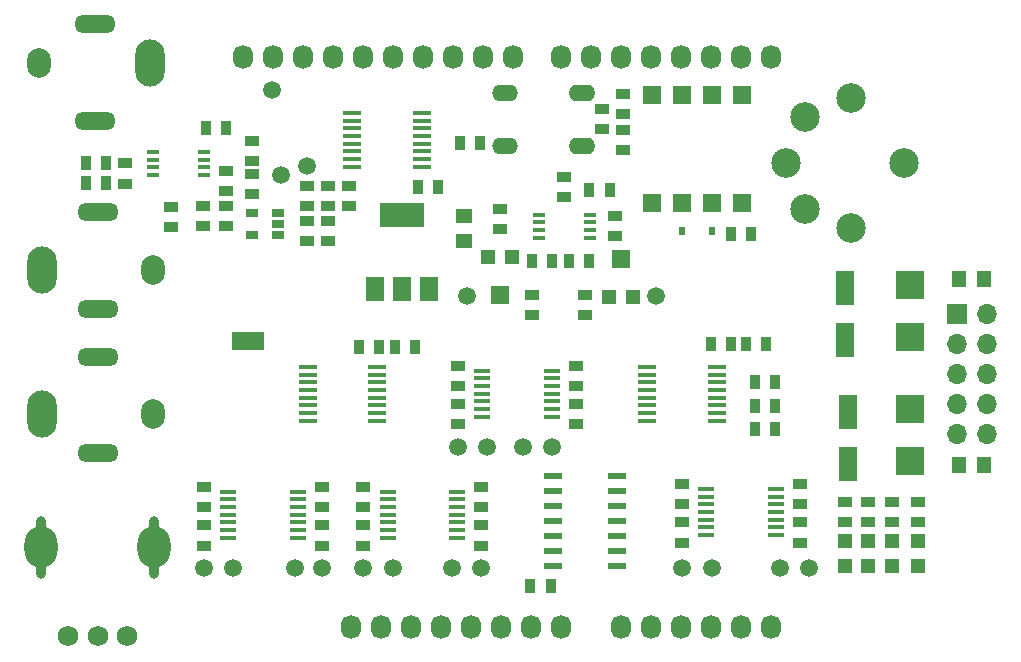
<source format=gts>
G04 #@! TF.FileFunction,Soldermask,Top*
%FSLAX46Y46*%
G04 Gerber Fmt 4.6, Leading zero omitted, Abs format (unit mm)*
G04 Created by KiCad (PCBNEW 4.0.2-stable) date 2017-02-07 10:52:45 AM*
%MOMM*%
G01*
G04 APERTURE LIST*
%ADD10C,0.100000*%
%ADD11R,1.500000X0.400000*%
%ADD12O,1.727200X2.032000*%
%ADD13R,0.812800X1.143000*%
%ADD14R,1.143000X0.812800*%
%ADD15R,1.397000X1.143000*%
%ADD16R,1.600200X2.999740*%
%ADD17R,1.198880X1.198880*%
%ADD18R,2.397760X2.397760*%
%ADD19R,0.609600X0.762000*%
%ADD20O,2.500000X4.000000*%
%ADD21O,2.000000X2.500000*%
%ADD22O,3.500000X1.500000*%
%ADD23R,1.500000X1.500000*%
%ADD24R,1.143000X1.397000*%
%ADD25O,2.200000X1.400000*%
%ADD26O,2.250000X1.400000*%
%ADD27R,1.450000X0.450000*%
%ADD28R,1.500000X0.600000*%
%ADD29R,3.800000X2.000000*%
%ADD30R,1.500000X2.000000*%
%ADD31R,1.060000X0.650000*%
%ADD32R,1.500000X0.450000*%
%ADD33O,2.800000X3.500000*%
%ADD34C,1.750000*%
%ADD35O,0.800000X1.500000*%
%ADD36R,1.600000X1.500000*%
%ADD37R,1.200000X1.200000*%
%ADD38C,2.500000*%
%ADD39R,1.100000X0.400000*%
%ADD40C,1.500000*%
%ADD41R,1.700000X1.700000*%
%ADD42O,1.700000X1.700000*%
%ADD43R,2.800000X1.600000*%
G04 APERTURE END LIST*
D10*
D11*
X135298000Y-101840000D03*
X135298000Y-102490000D03*
X135298000Y-103140000D03*
X135298000Y-103790000D03*
X135298000Y-104440000D03*
X135298000Y-105090000D03*
X135298000Y-105740000D03*
X135298000Y-106390000D03*
X141198000Y-106390000D03*
X141198000Y-105740000D03*
X141198000Y-105090000D03*
X141198000Y-104440000D03*
X141198000Y-103790000D03*
X141198000Y-103140000D03*
X141198000Y-102490000D03*
X141198000Y-101840000D03*
D12*
X138938000Y-123825000D03*
X141478000Y-123825000D03*
X144018000Y-123825000D03*
X146558000Y-123825000D03*
X149098000Y-123825000D03*
X151638000Y-123825000D03*
X154178000Y-123825000D03*
X156718000Y-123825000D03*
X161798000Y-123825000D03*
X164338000Y-123825000D03*
X166878000Y-123825000D03*
X169418000Y-123825000D03*
X171958000Y-123825000D03*
X174498000Y-123825000D03*
X152654000Y-75565000D03*
X150114000Y-75565000D03*
X147574000Y-75565000D03*
X145034000Y-75565000D03*
X142494000Y-75565000D03*
X139954000Y-75565000D03*
X137414000Y-75565000D03*
X134874000Y-75565000D03*
X132334000Y-75565000D03*
X129794000Y-75565000D03*
X174498000Y-75565000D03*
X171958000Y-75565000D03*
X169418000Y-75565000D03*
X166878000Y-75565000D03*
X164338000Y-75565000D03*
X161798000Y-75565000D03*
X159258000Y-75565000D03*
X156718000Y-75565000D03*
D13*
X148147100Y-82865000D03*
X149848900Y-82865000D03*
D14*
X138748000Y-86514100D03*
X138748000Y-88215900D03*
D13*
X146348900Y-86615000D03*
X144647100Y-86615000D03*
D14*
X136998000Y-89514100D03*
X136998000Y-91215900D03*
D15*
X148498000Y-89035500D03*
X148498000Y-91194500D03*
D14*
X128398000Y-86915900D03*
X128398000Y-85214100D03*
X151548000Y-88464100D03*
X151548000Y-90165900D03*
X119798000Y-86315900D03*
X119798000Y-84614100D03*
X161298000Y-89064100D03*
X161298000Y-90765900D03*
D13*
X142647100Y-100115000D03*
X144348900Y-100115000D03*
X172397100Y-99865000D03*
X174098900Y-99865000D03*
D14*
X123748000Y-88264100D03*
X123748000Y-89965900D03*
D13*
X128348900Y-81615000D03*
X126647100Y-81615000D03*
X159147100Y-86865000D03*
X160848900Y-86865000D03*
D14*
X156998000Y-85764100D03*
X156998000Y-87465900D03*
D16*
X180998000Y-110064640D03*
X180998000Y-105665360D03*
X180748000Y-99564640D03*
X180748000Y-95165360D03*
D14*
X139998000Y-113715900D03*
X139998000Y-112014100D03*
X139998000Y-115264100D03*
X139998000Y-116965900D03*
X149998000Y-115264100D03*
X149998000Y-116965900D03*
X149998000Y-113715900D03*
X149998000Y-112014100D03*
X126498000Y-113715900D03*
X126498000Y-112014100D03*
X126498000Y-115264100D03*
X126498000Y-116965900D03*
X136498000Y-115264100D03*
X136498000Y-116965900D03*
X136498000Y-113715900D03*
X136498000Y-112014100D03*
X166998000Y-113465900D03*
X166998000Y-111764100D03*
X166998000Y-115014100D03*
X166998000Y-116715900D03*
X176998000Y-115014100D03*
X176998000Y-116715900D03*
X176998000Y-113465900D03*
X176998000Y-111764100D03*
X147998000Y-103465900D03*
X147998000Y-101764100D03*
X147998000Y-105014100D03*
X147998000Y-106715900D03*
X157998000Y-105014100D03*
X157998000Y-106715900D03*
X157998000Y-103465900D03*
X157998000Y-101764100D03*
X161998000Y-80465900D03*
X161998000Y-78764100D03*
D17*
X180748000Y-116565980D03*
X180748000Y-118664020D03*
X182748000Y-116565980D03*
X182748000Y-118664020D03*
X184748000Y-116565980D03*
X184748000Y-118664020D03*
X186998000Y-116565980D03*
X186998000Y-118664020D03*
D18*
X186248000Y-105415360D03*
X186248000Y-109814640D03*
X186248000Y-94915360D03*
X186248000Y-99314640D03*
D19*
X169492600Y-90365000D03*
X167003400Y-90365000D03*
D20*
X112798000Y-105865000D03*
D21*
X122198000Y-105865000D03*
D22*
X117498000Y-100965000D03*
X117498000Y-109165000D03*
D20*
X112798000Y-93615000D03*
D21*
X122198000Y-93615000D03*
D22*
X117498000Y-88715000D03*
X117498000Y-96915000D03*
D20*
X121948000Y-76115000D03*
D21*
X112548000Y-76115000D03*
D22*
X117248000Y-81015000D03*
X117248000Y-72815000D03*
D23*
X166978000Y-87937000D03*
X169518000Y-87937000D03*
X172058000Y-87937000D03*
X164438000Y-87937000D03*
X164438000Y-78793000D03*
X166978000Y-78793000D03*
X169518000Y-78793000D03*
X172058000Y-78793000D03*
D13*
X173147100Y-103115000D03*
X174848900Y-103115000D03*
X173147100Y-105115000D03*
X174848900Y-105115000D03*
X173147100Y-107115000D03*
X174848900Y-107115000D03*
X139647100Y-100115000D03*
X141348900Y-100115000D03*
X169397100Y-99865000D03*
X171098900Y-99865000D03*
X154147100Y-120365000D03*
X155848900Y-120365000D03*
D14*
X135248000Y-88215900D03*
X135248000Y-86514100D03*
X135248000Y-91215900D03*
X135248000Y-89514100D03*
X180748000Y-114965900D03*
X180748000Y-113264100D03*
X182748000Y-114965900D03*
X182748000Y-113264100D03*
X184748000Y-114965900D03*
X184748000Y-113264100D03*
X186998000Y-114965900D03*
X186998000Y-113264100D03*
X136998000Y-86514100D03*
X136998000Y-88215900D03*
D13*
X154297100Y-92915000D03*
X155998900Y-92915000D03*
X159148900Y-92915000D03*
X157447100Y-92915000D03*
D14*
X130598000Y-85514100D03*
X130598000Y-87215900D03*
X130598000Y-82714100D03*
X130598000Y-84415900D03*
X154248000Y-95764100D03*
X154248000Y-97465900D03*
X158748000Y-95764100D03*
X158748000Y-97465900D03*
X126398000Y-89915900D03*
X126398000Y-88214100D03*
D13*
X116547100Y-84565000D03*
X118248900Y-84565000D03*
D14*
X128398000Y-89915900D03*
X128398000Y-88214100D03*
D13*
X116547100Y-86265000D03*
X118248900Y-86265000D03*
D14*
X160248000Y-81715900D03*
X160248000Y-80014100D03*
D24*
X190418500Y-110115000D03*
X192577500Y-110115000D03*
X190418500Y-94365000D03*
X192577500Y-94365000D03*
D13*
X171147100Y-90615000D03*
X172848900Y-90615000D03*
D14*
X161998000Y-83465900D03*
X161998000Y-81764100D03*
D25*
X151998000Y-78615000D03*
X151998000Y-83115000D03*
D26*
X158498000Y-78615000D03*
X158498000Y-83115000D03*
D27*
X142048000Y-112415000D03*
X142048000Y-113065000D03*
X142048000Y-113715000D03*
X142048000Y-114365000D03*
X142048000Y-115015000D03*
X142048000Y-115665000D03*
X142048000Y-116315000D03*
X147948000Y-116315000D03*
X147948000Y-115665000D03*
X147948000Y-115015000D03*
X147948000Y-114365000D03*
X147948000Y-113715000D03*
X147948000Y-113065000D03*
X147948000Y-112415000D03*
X128548000Y-112415000D03*
X128548000Y-113065000D03*
X128548000Y-113715000D03*
X128548000Y-114365000D03*
X128548000Y-115015000D03*
X128548000Y-115665000D03*
X128548000Y-116315000D03*
X134448000Y-116315000D03*
X134448000Y-115665000D03*
X134448000Y-115015000D03*
X134448000Y-114365000D03*
X134448000Y-113715000D03*
X134448000Y-113065000D03*
X134448000Y-112415000D03*
D28*
X161448000Y-118675000D03*
X161448000Y-117405000D03*
X161448000Y-116135000D03*
X161448000Y-114865000D03*
X161448000Y-113595000D03*
X161448000Y-112325000D03*
X161448000Y-111055000D03*
X156048000Y-111055000D03*
X156048000Y-112325000D03*
X156048000Y-113595000D03*
X156048000Y-114865000D03*
X156048000Y-116135000D03*
X156048000Y-117405000D03*
X156048000Y-118675000D03*
D29*
X143248000Y-88965000D03*
D30*
X143248000Y-95265000D03*
X145548000Y-95265000D03*
X140948000Y-95265000D03*
D31*
X132798000Y-90715000D03*
X132798000Y-89765000D03*
X132798000Y-88815000D03*
X130598000Y-88815000D03*
X130598000Y-90715000D03*
D32*
X144948000Y-84890000D03*
X144948000Y-84240000D03*
X144948000Y-83590000D03*
X144948000Y-82940000D03*
X144948000Y-82290000D03*
X144948000Y-81640000D03*
X144948000Y-80990000D03*
X144948000Y-80340000D03*
X139048000Y-80340000D03*
X139048000Y-80990000D03*
X139048000Y-81640000D03*
X139048000Y-82290000D03*
X139048000Y-82940000D03*
X139048000Y-83590000D03*
X139048000Y-84240000D03*
X139048000Y-84890000D03*
D11*
X164048000Y-101840000D03*
X164048000Y-102490000D03*
X164048000Y-103140000D03*
X164048000Y-103790000D03*
X164048000Y-104440000D03*
X164048000Y-105090000D03*
X164048000Y-105740000D03*
X164048000Y-106390000D03*
X169948000Y-106390000D03*
X169948000Y-105740000D03*
X169948000Y-105090000D03*
X169948000Y-104440000D03*
X169948000Y-103790000D03*
X169948000Y-103140000D03*
X169948000Y-102490000D03*
X169948000Y-101840000D03*
D27*
X169048000Y-112165000D03*
X169048000Y-112815000D03*
X169048000Y-113465000D03*
X169048000Y-114115000D03*
X169048000Y-114765000D03*
X169048000Y-115415000D03*
X169048000Y-116065000D03*
X174948000Y-116065000D03*
X174948000Y-115415000D03*
X174948000Y-114765000D03*
X174948000Y-114115000D03*
X174948000Y-113465000D03*
X174948000Y-112815000D03*
X174948000Y-112165000D03*
X150048000Y-102165000D03*
X150048000Y-102815000D03*
X150048000Y-103465000D03*
X150048000Y-104115000D03*
X150048000Y-104765000D03*
X150048000Y-105415000D03*
X150048000Y-106065000D03*
X155948000Y-106065000D03*
X155948000Y-105415000D03*
X155948000Y-104765000D03*
X155948000Y-104115000D03*
X155948000Y-103465000D03*
X155948000Y-102815000D03*
X155948000Y-102165000D03*
D33*
X122298000Y-117115000D03*
X112698000Y-117115000D03*
D34*
X119998000Y-124615000D03*
X117498000Y-124615000D03*
X114998000Y-124615000D03*
D35*
X122298000Y-115215000D03*
X122298000Y-119015000D03*
X112698000Y-115215000D03*
X112698000Y-119015000D03*
D36*
X151548000Y-95765000D03*
D37*
X152548000Y-92515000D03*
X150548000Y-92515000D03*
D36*
X161798000Y-92715000D03*
D37*
X160798000Y-95965000D03*
X162798000Y-95965000D03*
D38*
X181248000Y-79115000D03*
X181248000Y-90115000D03*
X175748000Y-84615000D03*
X185748000Y-84615000D03*
X177358000Y-80725000D03*
X177358000Y-88505000D03*
D39*
X126498000Y-85590000D03*
X126498000Y-84940000D03*
X126498000Y-84290000D03*
X126498000Y-83640000D03*
X122198000Y-83640000D03*
X122198000Y-84290000D03*
X122198000Y-84940000D03*
X122198000Y-85590000D03*
X154898000Y-88940000D03*
X154898000Y-89590000D03*
X154898000Y-90240000D03*
X154898000Y-90890000D03*
X159198000Y-90890000D03*
X159198000Y-90240000D03*
X159198000Y-89590000D03*
X159198000Y-88940000D03*
D40*
X135248000Y-84865000D03*
X132998000Y-85615000D03*
X148748000Y-95865000D03*
X164748000Y-95865000D03*
X139998000Y-118865000D03*
X142498000Y-118865000D03*
X147498000Y-118865000D03*
X149998000Y-118865000D03*
X126498000Y-118865000D03*
X128998000Y-118865000D03*
X134248000Y-118865000D03*
X136498000Y-118865000D03*
X166998000Y-118865000D03*
X169498000Y-118865000D03*
X175248000Y-118865000D03*
X177748000Y-118865000D03*
X147998000Y-108615000D03*
X150498000Y-108615000D03*
X155998000Y-108615000D03*
X153498000Y-108615000D03*
D41*
X190248000Y-97365000D03*
D42*
X192788000Y-97365000D03*
X190248000Y-99905000D03*
X192788000Y-99905000D03*
X190248000Y-102445000D03*
X192788000Y-102445000D03*
X190248000Y-104985000D03*
X192788000Y-104985000D03*
X190248000Y-107525000D03*
X192788000Y-107525000D03*
D40*
X132248000Y-78365000D03*
D43*
X130248000Y-99615000D03*
M02*

</source>
